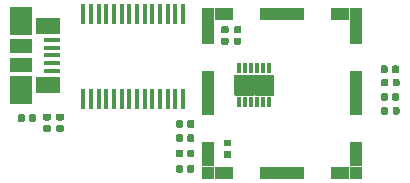
<source format=gbr>
G04 #@! TF.GenerationSoftware,KiCad,Pcbnew,5.1.5-52549c5~84~ubuntu18.04.1*
G04 #@! TF.CreationDate,2020-05-04T20:07:59+02:00*
G04 #@! TF.ProjectId,rs485_usb_adapter,72733438-355f-4757-9362-5f6164617074,rev?*
G04 #@! TF.SameCoordinates,Original*
G04 #@! TF.FileFunction,Paste,Top*
G04 #@! TF.FilePolarity,Positive*
%FSLAX46Y46*%
G04 Gerber Fmt 4.6, Leading zero omitted, Abs format (unit mm)*
G04 Created by KiCad (PCBNEW 5.1.5-52549c5~84~ubuntu18.04.1) date 2020-05-04 20:07:59*
%MOMM*%
%LPD*%
G04 APERTURE LIST*
%ADD10C,0.025400*%
%ADD11C,0.100000*%
%ADD12R,1.380000X0.450000*%
%ADD13R,2.100000X1.475000*%
%ADD14R,1.900000X2.375000*%
%ADD15R,1.900000X1.175000*%
%ADD16R,1.000000X1.000000*%
%ADD17R,1.650000X1.000000*%
%ADD18R,3.800000X1.000000*%
%ADD19R,1.000000X2.130000*%
%ADD20R,1.000000X3.800000*%
%ADD21R,0.304800X0.812800*%
%ADD22R,3.403600X1.803400*%
%ADD23R,0.450000X1.750000*%
G04 APERTURE END LIST*
D10*
G36*
X164808200Y-91711700D02*
G01*
X166310000Y-91711700D01*
X166310000Y-90108300D01*
X164808200Y-90108300D01*
X164808200Y-91711700D01*
G37*
X164808200Y-91711700D02*
X166310000Y-91711700D01*
X166310000Y-90108300D01*
X164808200Y-90108300D01*
X164808200Y-91711700D01*
G36*
X166510000Y-91711700D02*
G01*
X168011800Y-91711700D01*
X168011800Y-90108300D01*
X166510000Y-90108300D01*
X166510000Y-91711700D01*
G37*
X166510000Y-91711700D02*
X168011800Y-91711700D01*
X168011800Y-90108300D01*
X166510000Y-90108300D01*
X166510000Y-91711700D01*
D11*
G36*
X165226958Y-86890710D02*
G01*
X165241276Y-86892834D01*
X165255317Y-86896351D01*
X165268946Y-86901228D01*
X165282031Y-86907417D01*
X165294447Y-86914858D01*
X165306073Y-86923481D01*
X165316798Y-86933202D01*
X165326519Y-86943927D01*
X165335142Y-86955553D01*
X165342583Y-86967969D01*
X165348772Y-86981054D01*
X165353649Y-86994683D01*
X165357166Y-87008724D01*
X165359290Y-87023042D01*
X165360000Y-87037500D01*
X165360000Y-87332500D01*
X165359290Y-87346958D01*
X165357166Y-87361276D01*
X165353649Y-87375317D01*
X165348772Y-87388946D01*
X165342583Y-87402031D01*
X165335142Y-87414447D01*
X165326519Y-87426073D01*
X165316798Y-87436798D01*
X165306073Y-87446519D01*
X165294447Y-87455142D01*
X165282031Y-87462583D01*
X165268946Y-87468772D01*
X165255317Y-87473649D01*
X165241276Y-87477166D01*
X165226958Y-87479290D01*
X165212500Y-87480000D01*
X164867500Y-87480000D01*
X164853042Y-87479290D01*
X164838724Y-87477166D01*
X164824683Y-87473649D01*
X164811054Y-87468772D01*
X164797969Y-87462583D01*
X164785553Y-87455142D01*
X164773927Y-87446519D01*
X164763202Y-87436798D01*
X164753481Y-87426073D01*
X164744858Y-87414447D01*
X164737417Y-87402031D01*
X164731228Y-87388946D01*
X164726351Y-87375317D01*
X164722834Y-87361276D01*
X164720710Y-87346958D01*
X164720000Y-87332500D01*
X164720000Y-87037500D01*
X164720710Y-87023042D01*
X164722834Y-87008724D01*
X164726351Y-86994683D01*
X164731228Y-86981054D01*
X164737417Y-86967969D01*
X164744858Y-86955553D01*
X164753481Y-86943927D01*
X164763202Y-86933202D01*
X164773927Y-86923481D01*
X164785553Y-86914858D01*
X164797969Y-86907417D01*
X164811054Y-86901228D01*
X164824683Y-86896351D01*
X164838724Y-86892834D01*
X164853042Y-86890710D01*
X164867500Y-86890000D01*
X165212500Y-86890000D01*
X165226958Y-86890710D01*
G37*
G36*
X165226958Y-85920710D02*
G01*
X165241276Y-85922834D01*
X165255317Y-85926351D01*
X165268946Y-85931228D01*
X165282031Y-85937417D01*
X165294447Y-85944858D01*
X165306073Y-85953481D01*
X165316798Y-85963202D01*
X165326519Y-85973927D01*
X165335142Y-85985553D01*
X165342583Y-85997969D01*
X165348772Y-86011054D01*
X165353649Y-86024683D01*
X165357166Y-86038724D01*
X165359290Y-86053042D01*
X165360000Y-86067500D01*
X165360000Y-86362500D01*
X165359290Y-86376958D01*
X165357166Y-86391276D01*
X165353649Y-86405317D01*
X165348772Y-86418946D01*
X165342583Y-86432031D01*
X165335142Y-86444447D01*
X165326519Y-86456073D01*
X165316798Y-86466798D01*
X165306073Y-86476519D01*
X165294447Y-86485142D01*
X165282031Y-86492583D01*
X165268946Y-86498772D01*
X165255317Y-86503649D01*
X165241276Y-86507166D01*
X165226958Y-86509290D01*
X165212500Y-86510000D01*
X164867500Y-86510000D01*
X164853042Y-86509290D01*
X164838724Y-86507166D01*
X164824683Y-86503649D01*
X164811054Y-86498772D01*
X164797969Y-86492583D01*
X164785553Y-86485142D01*
X164773927Y-86476519D01*
X164763202Y-86466798D01*
X164753481Y-86456073D01*
X164744858Y-86444447D01*
X164737417Y-86432031D01*
X164731228Y-86418946D01*
X164726351Y-86405317D01*
X164722834Y-86391276D01*
X164720710Y-86376958D01*
X164720000Y-86362500D01*
X164720000Y-86067500D01*
X164720710Y-86053042D01*
X164722834Y-86038724D01*
X164726351Y-86024683D01*
X164731228Y-86011054D01*
X164737417Y-85997969D01*
X164744858Y-85985553D01*
X164753481Y-85973927D01*
X164763202Y-85963202D01*
X164773927Y-85953481D01*
X164785553Y-85944858D01*
X164797969Y-85937417D01*
X164811054Y-85931228D01*
X164824683Y-85926351D01*
X164838724Y-85922834D01*
X164853042Y-85920710D01*
X164867500Y-85920000D01*
X165212500Y-85920000D01*
X165226958Y-85920710D01*
G37*
G36*
X164136958Y-85930710D02*
G01*
X164151276Y-85932834D01*
X164165317Y-85936351D01*
X164178946Y-85941228D01*
X164192031Y-85947417D01*
X164204447Y-85954858D01*
X164216073Y-85963481D01*
X164226798Y-85973202D01*
X164236519Y-85983927D01*
X164245142Y-85995553D01*
X164252583Y-86007969D01*
X164258772Y-86021054D01*
X164263649Y-86034683D01*
X164267166Y-86048724D01*
X164269290Y-86063042D01*
X164270000Y-86077500D01*
X164270000Y-86372500D01*
X164269290Y-86386958D01*
X164267166Y-86401276D01*
X164263649Y-86415317D01*
X164258772Y-86428946D01*
X164252583Y-86442031D01*
X164245142Y-86454447D01*
X164236519Y-86466073D01*
X164226798Y-86476798D01*
X164216073Y-86486519D01*
X164204447Y-86495142D01*
X164192031Y-86502583D01*
X164178946Y-86508772D01*
X164165317Y-86513649D01*
X164151276Y-86517166D01*
X164136958Y-86519290D01*
X164122500Y-86520000D01*
X163777500Y-86520000D01*
X163763042Y-86519290D01*
X163748724Y-86517166D01*
X163734683Y-86513649D01*
X163721054Y-86508772D01*
X163707969Y-86502583D01*
X163695553Y-86495142D01*
X163683927Y-86486519D01*
X163673202Y-86476798D01*
X163663481Y-86466073D01*
X163654858Y-86454447D01*
X163647417Y-86442031D01*
X163641228Y-86428946D01*
X163636351Y-86415317D01*
X163632834Y-86401276D01*
X163630710Y-86386958D01*
X163630000Y-86372500D01*
X163630000Y-86077500D01*
X163630710Y-86063042D01*
X163632834Y-86048724D01*
X163636351Y-86034683D01*
X163641228Y-86021054D01*
X163647417Y-86007969D01*
X163654858Y-85995553D01*
X163663481Y-85983927D01*
X163673202Y-85973202D01*
X163683927Y-85963481D01*
X163695553Y-85954858D01*
X163707969Y-85947417D01*
X163721054Y-85941228D01*
X163734683Y-85936351D01*
X163748724Y-85932834D01*
X163763042Y-85930710D01*
X163777500Y-85930000D01*
X164122500Y-85930000D01*
X164136958Y-85930710D01*
G37*
G36*
X164136958Y-86900710D02*
G01*
X164151276Y-86902834D01*
X164165317Y-86906351D01*
X164178946Y-86911228D01*
X164192031Y-86917417D01*
X164204447Y-86924858D01*
X164216073Y-86933481D01*
X164226798Y-86943202D01*
X164236519Y-86953927D01*
X164245142Y-86965553D01*
X164252583Y-86977969D01*
X164258772Y-86991054D01*
X164263649Y-87004683D01*
X164267166Y-87018724D01*
X164269290Y-87033042D01*
X164270000Y-87047500D01*
X164270000Y-87342500D01*
X164269290Y-87356958D01*
X164267166Y-87371276D01*
X164263649Y-87385317D01*
X164258772Y-87398946D01*
X164252583Y-87412031D01*
X164245142Y-87424447D01*
X164236519Y-87436073D01*
X164226798Y-87446798D01*
X164216073Y-87456519D01*
X164204447Y-87465142D01*
X164192031Y-87472583D01*
X164178946Y-87478772D01*
X164165317Y-87483649D01*
X164151276Y-87487166D01*
X164136958Y-87489290D01*
X164122500Y-87490000D01*
X163777500Y-87490000D01*
X163763042Y-87489290D01*
X163748724Y-87487166D01*
X163734683Y-87483649D01*
X163721054Y-87478772D01*
X163707969Y-87472583D01*
X163695553Y-87465142D01*
X163683927Y-87456519D01*
X163673202Y-87446798D01*
X163663481Y-87436073D01*
X163654858Y-87424447D01*
X163647417Y-87412031D01*
X163641228Y-87398946D01*
X163636351Y-87385317D01*
X163632834Y-87371276D01*
X163630710Y-87356958D01*
X163630000Y-87342500D01*
X163630000Y-87047500D01*
X163630710Y-87033042D01*
X163632834Y-87018724D01*
X163636351Y-87004683D01*
X163641228Y-86991054D01*
X163647417Y-86977969D01*
X163654858Y-86965553D01*
X163663481Y-86953927D01*
X163673202Y-86943202D01*
X163683927Y-86933481D01*
X163695553Y-86924858D01*
X163707969Y-86917417D01*
X163721054Y-86911228D01*
X163734683Y-86906351D01*
X163748724Y-86902834D01*
X163763042Y-86900710D01*
X163777500Y-86900000D01*
X164122500Y-86900000D01*
X164136958Y-86900710D01*
G37*
D12*
X149360000Y-87100000D03*
X149360000Y-87750000D03*
X149360000Y-88400000D03*
X149360000Y-89050000D03*
X149360000Y-89700000D03*
D13*
X149000000Y-85937500D03*
X149000000Y-90862500D03*
D14*
X146700000Y-85490000D03*
X146700000Y-91310000D03*
D15*
X146700000Y-87560000D03*
X146700000Y-89240000D03*
D16*
X162550000Y-84870000D03*
X175050000Y-84870000D03*
X175050000Y-98330000D03*
X162550000Y-98330000D03*
D17*
X163875000Y-84870000D03*
X163875000Y-98330000D03*
D18*
X168800000Y-84870000D03*
X168800000Y-98330000D03*
D17*
X173725000Y-84870000D03*
X173725000Y-98330000D03*
D19*
X162550000Y-86435000D03*
X175050000Y-86435000D03*
D20*
X162550000Y-91600000D03*
X175050000Y-91600000D03*
D19*
X162550000Y-96765000D03*
X175050000Y-96765000D03*
D11*
G36*
X164386958Y-95520710D02*
G01*
X164401276Y-95522834D01*
X164415317Y-95526351D01*
X164428946Y-95531228D01*
X164442031Y-95537417D01*
X164454447Y-95544858D01*
X164466073Y-95553481D01*
X164476798Y-95563202D01*
X164486519Y-95573927D01*
X164495142Y-95585553D01*
X164502583Y-95597969D01*
X164508772Y-95611054D01*
X164513649Y-95624683D01*
X164517166Y-95638724D01*
X164519290Y-95653042D01*
X164520000Y-95667500D01*
X164520000Y-95962500D01*
X164519290Y-95976958D01*
X164517166Y-95991276D01*
X164513649Y-96005317D01*
X164508772Y-96018946D01*
X164502583Y-96032031D01*
X164495142Y-96044447D01*
X164486519Y-96056073D01*
X164476798Y-96066798D01*
X164466073Y-96076519D01*
X164454447Y-96085142D01*
X164442031Y-96092583D01*
X164428946Y-96098772D01*
X164415317Y-96103649D01*
X164401276Y-96107166D01*
X164386958Y-96109290D01*
X164372500Y-96110000D01*
X164027500Y-96110000D01*
X164013042Y-96109290D01*
X163998724Y-96107166D01*
X163984683Y-96103649D01*
X163971054Y-96098772D01*
X163957969Y-96092583D01*
X163945553Y-96085142D01*
X163933927Y-96076519D01*
X163923202Y-96066798D01*
X163913481Y-96056073D01*
X163904858Y-96044447D01*
X163897417Y-96032031D01*
X163891228Y-96018946D01*
X163886351Y-96005317D01*
X163882834Y-95991276D01*
X163880710Y-95976958D01*
X163880000Y-95962500D01*
X163880000Y-95667500D01*
X163880710Y-95653042D01*
X163882834Y-95638724D01*
X163886351Y-95624683D01*
X163891228Y-95611054D01*
X163897417Y-95597969D01*
X163904858Y-95585553D01*
X163913481Y-95573927D01*
X163923202Y-95563202D01*
X163933927Y-95553481D01*
X163945553Y-95544858D01*
X163957969Y-95537417D01*
X163971054Y-95531228D01*
X163984683Y-95526351D01*
X163998724Y-95522834D01*
X164013042Y-95520710D01*
X164027500Y-95520000D01*
X164372500Y-95520000D01*
X164386958Y-95520710D01*
G37*
G36*
X164386958Y-96490710D02*
G01*
X164401276Y-96492834D01*
X164415317Y-96496351D01*
X164428946Y-96501228D01*
X164442031Y-96507417D01*
X164454447Y-96514858D01*
X164466073Y-96523481D01*
X164476798Y-96533202D01*
X164486519Y-96543927D01*
X164495142Y-96555553D01*
X164502583Y-96567969D01*
X164508772Y-96581054D01*
X164513649Y-96594683D01*
X164517166Y-96608724D01*
X164519290Y-96623042D01*
X164520000Y-96637500D01*
X164520000Y-96932500D01*
X164519290Y-96946958D01*
X164517166Y-96961276D01*
X164513649Y-96975317D01*
X164508772Y-96988946D01*
X164502583Y-97002031D01*
X164495142Y-97014447D01*
X164486519Y-97026073D01*
X164476798Y-97036798D01*
X164466073Y-97046519D01*
X164454447Y-97055142D01*
X164442031Y-97062583D01*
X164428946Y-97068772D01*
X164415317Y-97073649D01*
X164401276Y-97077166D01*
X164386958Y-97079290D01*
X164372500Y-97080000D01*
X164027500Y-97080000D01*
X164013042Y-97079290D01*
X163998724Y-97077166D01*
X163984683Y-97073649D01*
X163971054Y-97068772D01*
X163957969Y-97062583D01*
X163945553Y-97055142D01*
X163933927Y-97046519D01*
X163923202Y-97036798D01*
X163913481Y-97026073D01*
X163904858Y-97014447D01*
X163897417Y-97002031D01*
X163891228Y-96988946D01*
X163886351Y-96975317D01*
X163882834Y-96961276D01*
X163880710Y-96946958D01*
X163880000Y-96932500D01*
X163880000Y-96637500D01*
X163880710Y-96623042D01*
X163882834Y-96608724D01*
X163886351Y-96594683D01*
X163891228Y-96581054D01*
X163897417Y-96567969D01*
X163904858Y-96555553D01*
X163913481Y-96543927D01*
X163923202Y-96533202D01*
X163933927Y-96523481D01*
X163945553Y-96514858D01*
X163957969Y-96507417D01*
X163971054Y-96501228D01*
X163984683Y-96496351D01*
X163998724Y-96492834D01*
X164013042Y-96490710D01*
X164027500Y-96490000D01*
X164372500Y-96490000D01*
X164386958Y-96490710D01*
G37*
G36*
X160276958Y-95080710D02*
G01*
X160291276Y-95082834D01*
X160305317Y-95086351D01*
X160318946Y-95091228D01*
X160332031Y-95097417D01*
X160344447Y-95104858D01*
X160356073Y-95113481D01*
X160366798Y-95123202D01*
X160376519Y-95133927D01*
X160385142Y-95145553D01*
X160392583Y-95157969D01*
X160398772Y-95171054D01*
X160403649Y-95184683D01*
X160407166Y-95198724D01*
X160409290Y-95213042D01*
X160410000Y-95227500D01*
X160410000Y-95572500D01*
X160409290Y-95586958D01*
X160407166Y-95601276D01*
X160403649Y-95615317D01*
X160398772Y-95628946D01*
X160392583Y-95642031D01*
X160385142Y-95654447D01*
X160376519Y-95666073D01*
X160366798Y-95676798D01*
X160356073Y-95686519D01*
X160344447Y-95695142D01*
X160332031Y-95702583D01*
X160318946Y-95708772D01*
X160305317Y-95713649D01*
X160291276Y-95717166D01*
X160276958Y-95719290D01*
X160262500Y-95720000D01*
X159967500Y-95720000D01*
X159953042Y-95719290D01*
X159938724Y-95717166D01*
X159924683Y-95713649D01*
X159911054Y-95708772D01*
X159897969Y-95702583D01*
X159885553Y-95695142D01*
X159873927Y-95686519D01*
X159863202Y-95676798D01*
X159853481Y-95666073D01*
X159844858Y-95654447D01*
X159837417Y-95642031D01*
X159831228Y-95628946D01*
X159826351Y-95615317D01*
X159822834Y-95601276D01*
X159820710Y-95586958D01*
X159820000Y-95572500D01*
X159820000Y-95227500D01*
X159820710Y-95213042D01*
X159822834Y-95198724D01*
X159826351Y-95184683D01*
X159831228Y-95171054D01*
X159837417Y-95157969D01*
X159844858Y-95145553D01*
X159853481Y-95133927D01*
X159863202Y-95123202D01*
X159873927Y-95113481D01*
X159885553Y-95104858D01*
X159897969Y-95097417D01*
X159911054Y-95091228D01*
X159924683Y-95086351D01*
X159938724Y-95082834D01*
X159953042Y-95080710D01*
X159967500Y-95080000D01*
X160262500Y-95080000D01*
X160276958Y-95080710D01*
G37*
G36*
X161246958Y-95080710D02*
G01*
X161261276Y-95082834D01*
X161275317Y-95086351D01*
X161288946Y-95091228D01*
X161302031Y-95097417D01*
X161314447Y-95104858D01*
X161326073Y-95113481D01*
X161336798Y-95123202D01*
X161346519Y-95133927D01*
X161355142Y-95145553D01*
X161362583Y-95157969D01*
X161368772Y-95171054D01*
X161373649Y-95184683D01*
X161377166Y-95198724D01*
X161379290Y-95213042D01*
X161380000Y-95227500D01*
X161380000Y-95572500D01*
X161379290Y-95586958D01*
X161377166Y-95601276D01*
X161373649Y-95615317D01*
X161368772Y-95628946D01*
X161362583Y-95642031D01*
X161355142Y-95654447D01*
X161346519Y-95666073D01*
X161336798Y-95676798D01*
X161326073Y-95686519D01*
X161314447Y-95695142D01*
X161302031Y-95702583D01*
X161288946Y-95708772D01*
X161275317Y-95713649D01*
X161261276Y-95717166D01*
X161246958Y-95719290D01*
X161232500Y-95720000D01*
X160937500Y-95720000D01*
X160923042Y-95719290D01*
X160908724Y-95717166D01*
X160894683Y-95713649D01*
X160881054Y-95708772D01*
X160867969Y-95702583D01*
X160855553Y-95695142D01*
X160843927Y-95686519D01*
X160833202Y-95676798D01*
X160823481Y-95666073D01*
X160814858Y-95654447D01*
X160807417Y-95642031D01*
X160801228Y-95628946D01*
X160796351Y-95615317D01*
X160792834Y-95601276D01*
X160790710Y-95586958D01*
X160790000Y-95572500D01*
X160790000Y-95227500D01*
X160790710Y-95213042D01*
X160792834Y-95198724D01*
X160796351Y-95184683D01*
X160801228Y-95171054D01*
X160807417Y-95157969D01*
X160814858Y-95145553D01*
X160823481Y-95133927D01*
X160833202Y-95123202D01*
X160843927Y-95113481D01*
X160855553Y-95104858D01*
X160867969Y-95097417D01*
X160881054Y-95091228D01*
X160894683Y-95086351D01*
X160908724Y-95082834D01*
X160923042Y-95080710D01*
X160937500Y-95080000D01*
X161232500Y-95080000D01*
X161246958Y-95080710D01*
G37*
G36*
X160276958Y-97680710D02*
G01*
X160291276Y-97682834D01*
X160305317Y-97686351D01*
X160318946Y-97691228D01*
X160332031Y-97697417D01*
X160344447Y-97704858D01*
X160356073Y-97713481D01*
X160366798Y-97723202D01*
X160376519Y-97733927D01*
X160385142Y-97745553D01*
X160392583Y-97757969D01*
X160398772Y-97771054D01*
X160403649Y-97784683D01*
X160407166Y-97798724D01*
X160409290Y-97813042D01*
X160410000Y-97827500D01*
X160410000Y-98172500D01*
X160409290Y-98186958D01*
X160407166Y-98201276D01*
X160403649Y-98215317D01*
X160398772Y-98228946D01*
X160392583Y-98242031D01*
X160385142Y-98254447D01*
X160376519Y-98266073D01*
X160366798Y-98276798D01*
X160356073Y-98286519D01*
X160344447Y-98295142D01*
X160332031Y-98302583D01*
X160318946Y-98308772D01*
X160305317Y-98313649D01*
X160291276Y-98317166D01*
X160276958Y-98319290D01*
X160262500Y-98320000D01*
X159967500Y-98320000D01*
X159953042Y-98319290D01*
X159938724Y-98317166D01*
X159924683Y-98313649D01*
X159911054Y-98308772D01*
X159897969Y-98302583D01*
X159885553Y-98295142D01*
X159873927Y-98286519D01*
X159863202Y-98276798D01*
X159853481Y-98266073D01*
X159844858Y-98254447D01*
X159837417Y-98242031D01*
X159831228Y-98228946D01*
X159826351Y-98215317D01*
X159822834Y-98201276D01*
X159820710Y-98186958D01*
X159820000Y-98172500D01*
X159820000Y-97827500D01*
X159820710Y-97813042D01*
X159822834Y-97798724D01*
X159826351Y-97784683D01*
X159831228Y-97771054D01*
X159837417Y-97757969D01*
X159844858Y-97745553D01*
X159853481Y-97733927D01*
X159863202Y-97723202D01*
X159873927Y-97713481D01*
X159885553Y-97704858D01*
X159897969Y-97697417D01*
X159911054Y-97691228D01*
X159924683Y-97686351D01*
X159938724Y-97682834D01*
X159953042Y-97680710D01*
X159967500Y-97680000D01*
X160262500Y-97680000D01*
X160276958Y-97680710D01*
G37*
G36*
X161246958Y-97680710D02*
G01*
X161261276Y-97682834D01*
X161275317Y-97686351D01*
X161288946Y-97691228D01*
X161302031Y-97697417D01*
X161314447Y-97704858D01*
X161326073Y-97713481D01*
X161336798Y-97723202D01*
X161346519Y-97733927D01*
X161355142Y-97745553D01*
X161362583Y-97757969D01*
X161368772Y-97771054D01*
X161373649Y-97784683D01*
X161377166Y-97798724D01*
X161379290Y-97813042D01*
X161380000Y-97827500D01*
X161380000Y-98172500D01*
X161379290Y-98186958D01*
X161377166Y-98201276D01*
X161373649Y-98215317D01*
X161368772Y-98228946D01*
X161362583Y-98242031D01*
X161355142Y-98254447D01*
X161346519Y-98266073D01*
X161336798Y-98276798D01*
X161326073Y-98286519D01*
X161314447Y-98295142D01*
X161302031Y-98302583D01*
X161288946Y-98308772D01*
X161275317Y-98313649D01*
X161261276Y-98317166D01*
X161246958Y-98319290D01*
X161232500Y-98320000D01*
X160937500Y-98320000D01*
X160923042Y-98319290D01*
X160908724Y-98317166D01*
X160894683Y-98313649D01*
X160881054Y-98308772D01*
X160867969Y-98302583D01*
X160855553Y-98295142D01*
X160843927Y-98286519D01*
X160833202Y-98276798D01*
X160823481Y-98266073D01*
X160814858Y-98254447D01*
X160807417Y-98242031D01*
X160801228Y-98228946D01*
X160796351Y-98215317D01*
X160792834Y-98201276D01*
X160790710Y-98186958D01*
X160790000Y-98172500D01*
X160790000Y-97827500D01*
X160790710Y-97813042D01*
X160792834Y-97798724D01*
X160796351Y-97784683D01*
X160801228Y-97771054D01*
X160807417Y-97757969D01*
X160814858Y-97745553D01*
X160823481Y-97733927D01*
X160833202Y-97723202D01*
X160843927Y-97713481D01*
X160855553Y-97704858D01*
X160867969Y-97697417D01*
X160881054Y-97691228D01*
X160894683Y-97686351D01*
X160908724Y-97682834D01*
X160923042Y-97680710D01*
X160937500Y-97680000D01*
X161232500Y-97680000D01*
X161246958Y-97680710D01*
G37*
D21*
X165160000Y-92357800D03*
X165660000Y-92357800D03*
X166160000Y-92357800D03*
X166660000Y-92357800D03*
X167160000Y-92357800D03*
X167660000Y-92357800D03*
X167660000Y-89462200D03*
X167160000Y-89462200D03*
X166660000Y-89462200D03*
X166160000Y-89462200D03*
X165660000Y-89462200D03*
X165160000Y-89462200D03*
D22*
X166410000Y-90910000D03*
D23*
X160425000Y-84900000D03*
X159775000Y-84900000D03*
X159125000Y-84900000D03*
X158475000Y-84900000D03*
X157825000Y-84900000D03*
X157175000Y-84900000D03*
X156525000Y-84900000D03*
X155875000Y-84900000D03*
X155225000Y-84900000D03*
X154575000Y-84900000D03*
X153925000Y-84900000D03*
X153275000Y-84900000D03*
X152625000Y-84900000D03*
X151975000Y-84900000D03*
X151975000Y-92100000D03*
X152625000Y-92100000D03*
X153275000Y-92100000D03*
X153925000Y-92100000D03*
X154575000Y-92100000D03*
X155225000Y-92100000D03*
X155875000Y-92100000D03*
X156525000Y-92100000D03*
X157175000Y-92100000D03*
X157825000Y-92100000D03*
X158475000Y-92100000D03*
X159125000Y-92100000D03*
X159775000Y-92100000D03*
X160425000Y-92100000D03*
D11*
G36*
X150186958Y-93320710D02*
G01*
X150201276Y-93322834D01*
X150215317Y-93326351D01*
X150228946Y-93331228D01*
X150242031Y-93337417D01*
X150254447Y-93344858D01*
X150266073Y-93353481D01*
X150276798Y-93363202D01*
X150286519Y-93373927D01*
X150295142Y-93385553D01*
X150302583Y-93397969D01*
X150308772Y-93411054D01*
X150313649Y-93424683D01*
X150317166Y-93438724D01*
X150319290Y-93453042D01*
X150320000Y-93467500D01*
X150320000Y-93762500D01*
X150319290Y-93776958D01*
X150317166Y-93791276D01*
X150313649Y-93805317D01*
X150308772Y-93818946D01*
X150302583Y-93832031D01*
X150295142Y-93844447D01*
X150286519Y-93856073D01*
X150276798Y-93866798D01*
X150266073Y-93876519D01*
X150254447Y-93885142D01*
X150242031Y-93892583D01*
X150228946Y-93898772D01*
X150215317Y-93903649D01*
X150201276Y-93907166D01*
X150186958Y-93909290D01*
X150172500Y-93910000D01*
X149827500Y-93910000D01*
X149813042Y-93909290D01*
X149798724Y-93907166D01*
X149784683Y-93903649D01*
X149771054Y-93898772D01*
X149757969Y-93892583D01*
X149745553Y-93885142D01*
X149733927Y-93876519D01*
X149723202Y-93866798D01*
X149713481Y-93856073D01*
X149704858Y-93844447D01*
X149697417Y-93832031D01*
X149691228Y-93818946D01*
X149686351Y-93805317D01*
X149682834Y-93791276D01*
X149680710Y-93776958D01*
X149680000Y-93762500D01*
X149680000Y-93467500D01*
X149680710Y-93453042D01*
X149682834Y-93438724D01*
X149686351Y-93424683D01*
X149691228Y-93411054D01*
X149697417Y-93397969D01*
X149704858Y-93385553D01*
X149713481Y-93373927D01*
X149723202Y-93363202D01*
X149733927Y-93353481D01*
X149745553Y-93344858D01*
X149757969Y-93337417D01*
X149771054Y-93331228D01*
X149784683Y-93326351D01*
X149798724Y-93322834D01*
X149813042Y-93320710D01*
X149827500Y-93320000D01*
X150172500Y-93320000D01*
X150186958Y-93320710D01*
G37*
G36*
X150186958Y-94290710D02*
G01*
X150201276Y-94292834D01*
X150215317Y-94296351D01*
X150228946Y-94301228D01*
X150242031Y-94307417D01*
X150254447Y-94314858D01*
X150266073Y-94323481D01*
X150276798Y-94333202D01*
X150286519Y-94343927D01*
X150295142Y-94355553D01*
X150302583Y-94367969D01*
X150308772Y-94381054D01*
X150313649Y-94394683D01*
X150317166Y-94408724D01*
X150319290Y-94423042D01*
X150320000Y-94437500D01*
X150320000Y-94732500D01*
X150319290Y-94746958D01*
X150317166Y-94761276D01*
X150313649Y-94775317D01*
X150308772Y-94788946D01*
X150302583Y-94802031D01*
X150295142Y-94814447D01*
X150286519Y-94826073D01*
X150276798Y-94836798D01*
X150266073Y-94846519D01*
X150254447Y-94855142D01*
X150242031Y-94862583D01*
X150228946Y-94868772D01*
X150215317Y-94873649D01*
X150201276Y-94877166D01*
X150186958Y-94879290D01*
X150172500Y-94880000D01*
X149827500Y-94880000D01*
X149813042Y-94879290D01*
X149798724Y-94877166D01*
X149784683Y-94873649D01*
X149771054Y-94868772D01*
X149757969Y-94862583D01*
X149745553Y-94855142D01*
X149733927Y-94846519D01*
X149723202Y-94836798D01*
X149713481Y-94826073D01*
X149704858Y-94814447D01*
X149697417Y-94802031D01*
X149691228Y-94788946D01*
X149686351Y-94775317D01*
X149682834Y-94761276D01*
X149680710Y-94746958D01*
X149680000Y-94732500D01*
X149680000Y-94437500D01*
X149680710Y-94423042D01*
X149682834Y-94408724D01*
X149686351Y-94394683D01*
X149691228Y-94381054D01*
X149697417Y-94367969D01*
X149704858Y-94355553D01*
X149713481Y-94343927D01*
X149723202Y-94333202D01*
X149733927Y-94323481D01*
X149745553Y-94314858D01*
X149757969Y-94307417D01*
X149771054Y-94301228D01*
X149784683Y-94296351D01*
X149798724Y-94292834D01*
X149813042Y-94290710D01*
X149827500Y-94290000D01*
X150172500Y-94290000D01*
X150186958Y-94290710D01*
G37*
G36*
X146876958Y-93380710D02*
G01*
X146891276Y-93382834D01*
X146905317Y-93386351D01*
X146918946Y-93391228D01*
X146932031Y-93397417D01*
X146944447Y-93404858D01*
X146956073Y-93413481D01*
X146966798Y-93423202D01*
X146976519Y-93433927D01*
X146985142Y-93445553D01*
X146992583Y-93457969D01*
X146998772Y-93471054D01*
X147003649Y-93484683D01*
X147007166Y-93498724D01*
X147009290Y-93513042D01*
X147010000Y-93527500D01*
X147010000Y-93872500D01*
X147009290Y-93886958D01*
X147007166Y-93901276D01*
X147003649Y-93915317D01*
X146998772Y-93928946D01*
X146992583Y-93942031D01*
X146985142Y-93954447D01*
X146976519Y-93966073D01*
X146966798Y-93976798D01*
X146956073Y-93986519D01*
X146944447Y-93995142D01*
X146932031Y-94002583D01*
X146918946Y-94008772D01*
X146905317Y-94013649D01*
X146891276Y-94017166D01*
X146876958Y-94019290D01*
X146862500Y-94020000D01*
X146567500Y-94020000D01*
X146553042Y-94019290D01*
X146538724Y-94017166D01*
X146524683Y-94013649D01*
X146511054Y-94008772D01*
X146497969Y-94002583D01*
X146485553Y-93995142D01*
X146473927Y-93986519D01*
X146463202Y-93976798D01*
X146453481Y-93966073D01*
X146444858Y-93954447D01*
X146437417Y-93942031D01*
X146431228Y-93928946D01*
X146426351Y-93915317D01*
X146422834Y-93901276D01*
X146420710Y-93886958D01*
X146420000Y-93872500D01*
X146420000Y-93527500D01*
X146420710Y-93513042D01*
X146422834Y-93498724D01*
X146426351Y-93484683D01*
X146431228Y-93471054D01*
X146437417Y-93457969D01*
X146444858Y-93445553D01*
X146453481Y-93433927D01*
X146463202Y-93423202D01*
X146473927Y-93413481D01*
X146485553Y-93404858D01*
X146497969Y-93397417D01*
X146511054Y-93391228D01*
X146524683Y-93386351D01*
X146538724Y-93382834D01*
X146553042Y-93380710D01*
X146567500Y-93380000D01*
X146862500Y-93380000D01*
X146876958Y-93380710D01*
G37*
G36*
X147846958Y-93380710D02*
G01*
X147861276Y-93382834D01*
X147875317Y-93386351D01*
X147888946Y-93391228D01*
X147902031Y-93397417D01*
X147914447Y-93404858D01*
X147926073Y-93413481D01*
X147936798Y-93423202D01*
X147946519Y-93433927D01*
X147955142Y-93445553D01*
X147962583Y-93457969D01*
X147968772Y-93471054D01*
X147973649Y-93484683D01*
X147977166Y-93498724D01*
X147979290Y-93513042D01*
X147980000Y-93527500D01*
X147980000Y-93872500D01*
X147979290Y-93886958D01*
X147977166Y-93901276D01*
X147973649Y-93915317D01*
X147968772Y-93928946D01*
X147962583Y-93942031D01*
X147955142Y-93954447D01*
X147946519Y-93966073D01*
X147936798Y-93976798D01*
X147926073Y-93986519D01*
X147914447Y-93995142D01*
X147902031Y-94002583D01*
X147888946Y-94008772D01*
X147875317Y-94013649D01*
X147861276Y-94017166D01*
X147846958Y-94019290D01*
X147832500Y-94020000D01*
X147537500Y-94020000D01*
X147523042Y-94019290D01*
X147508724Y-94017166D01*
X147494683Y-94013649D01*
X147481054Y-94008772D01*
X147467969Y-94002583D01*
X147455553Y-93995142D01*
X147443927Y-93986519D01*
X147433202Y-93976798D01*
X147423481Y-93966073D01*
X147414858Y-93954447D01*
X147407417Y-93942031D01*
X147401228Y-93928946D01*
X147396351Y-93915317D01*
X147392834Y-93901276D01*
X147390710Y-93886958D01*
X147390000Y-93872500D01*
X147390000Y-93527500D01*
X147390710Y-93513042D01*
X147392834Y-93498724D01*
X147396351Y-93484683D01*
X147401228Y-93471054D01*
X147407417Y-93457969D01*
X147414858Y-93445553D01*
X147423481Y-93433927D01*
X147433202Y-93423202D01*
X147443927Y-93413481D01*
X147455553Y-93404858D01*
X147467969Y-93397417D01*
X147481054Y-93391228D01*
X147494683Y-93386351D01*
X147508724Y-93382834D01*
X147523042Y-93380710D01*
X147537500Y-93380000D01*
X147832500Y-93380000D01*
X147846958Y-93380710D01*
G37*
G36*
X149086958Y-94290710D02*
G01*
X149101276Y-94292834D01*
X149115317Y-94296351D01*
X149128946Y-94301228D01*
X149142031Y-94307417D01*
X149154447Y-94314858D01*
X149166073Y-94323481D01*
X149176798Y-94333202D01*
X149186519Y-94343927D01*
X149195142Y-94355553D01*
X149202583Y-94367969D01*
X149208772Y-94381054D01*
X149213649Y-94394683D01*
X149217166Y-94408724D01*
X149219290Y-94423042D01*
X149220000Y-94437500D01*
X149220000Y-94732500D01*
X149219290Y-94746958D01*
X149217166Y-94761276D01*
X149213649Y-94775317D01*
X149208772Y-94788946D01*
X149202583Y-94802031D01*
X149195142Y-94814447D01*
X149186519Y-94826073D01*
X149176798Y-94836798D01*
X149166073Y-94846519D01*
X149154447Y-94855142D01*
X149142031Y-94862583D01*
X149128946Y-94868772D01*
X149115317Y-94873649D01*
X149101276Y-94877166D01*
X149086958Y-94879290D01*
X149072500Y-94880000D01*
X148727500Y-94880000D01*
X148713042Y-94879290D01*
X148698724Y-94877166D01*
X148684683Y-94873649D01*
X148671054Y-94868772D01*
X148657969Y-94862583D01*
X148645553Y-94855142D01*
X148633927Y-94846519D01*
X148623202Y-94836798D01*
X148613481Y-94826073D01*
X148604858Y-94814447D01*
X148597417Y-94802031D01*
X148591228Y-94788946D01*
X148586351Y-94775317D01*
X148582834Y-94761276D01*
X148580710Y-94746958D01*
X148580000Y-94732500D01*
X148580000Y-94437500D01*
X148580710Y-94423042D01*
X148582834Y-94408724D01*
X148586351Y-94394683D01*
X148591228Y-94381054D01*
X148597417Y-94367969D01*
X148604858Y-94355553D01*
X148613481Y-94343927D01*
X148623202Y-94333202D01*
X148633927Y-94323481D01*
X148645553Y-94314858D01*
X148657969Y-94307417D01*
X148671054Y-94301228D01*
X148684683Y-94296351D01*
X148698724Y-94292834D01*
X148713042Y-94290710D01*
X148727500Y-94290000D01*
X149072500Y-94290000D01*
X149086958Y-94290710D01*
G37*
G36*
X149086958Y-93320710D02*
G01*
X149101276Y-93322834D01*
X149115317Y-93326351D01*
X149128946Y-93331228D01*
X149142031Y-93337417D01*
X149154447Y-93344858D01*
X149166073Y-93353481D01*
X149176798Y-93363202D01*
X149186519Y-93373927D01*
X149195142Y-93385553D01*
X149202583Y-93397969D01*
X149208772Y-93411054D01*
X149213649Y-93424683D01*
X149217166Y-93438724D01*
X149219290Y-93453042D01*
X149220000Y-93467500D01*
X149220000Y-93762500D01*
X149219290Y-93776958D01*
X149217166Y-93791276D01*
X149213649Y-93805317D01*
X149208772Y-93818946D01*
X149202583Y-93832031D01*
X149195142Y-93844447D01*
X149186519Y-93856073D01*
X149176798Y-93866798D01*
X149166073Y-93876519D01*
X149154447Y-93885142D01*
X149142031Y-93892583D01*
X149128946Y-93898772D01*
X149115317Y-93903649D01*
X149101276Y-93907166D01*
X149086958Y-93909290D01*
X149072500Y-93910000D01*
X148727500Y-93910000D01*
X148713042Y-93909290D01*
X148698724Y-93907166D01*
X148684683Y-93903649D01*
X148671054Y-93898772D01*
X148657969Y-93892583D01*
X148645553Y-93885142D01*
X148633927Y-93876519D01*
X148623202Y-93866798D01*
X148613481Y-93856073D01*
X148604858Y-93844447D01*
X148597417Y-93832031D01*
X148591228Y-93818946D01*
X148586351Y-93805317D01*
X148582834Y-93791276D01*
X148580710Y-93776958D01*
X148580000Y-93762500D01*
X148580000Y-93467500D01*
X148580710Y-93453042D01*
X148582834Y-93438724D01*
X148586351Y-93424683D01*
X148591228Y-93411054D01*
X148597417Y-93397969D01*
X148604858Y-93385553D01*
X148613481Y-93373927D01*
X148623202Y-93363202D01*
X148633927Y-93353481D01*
X148645553Y-93344858D01*
X148657969Y-93337417D01*
X148671054Y-93331228D01*
X148684683Y-93326351D01*
X148698724Y-93322834D01*
X148713042Y-93320710D01*
X148727500Y-93320000D01*
X149072500Y-93320000D01*
X149086958Y-93320710D01*
G37*
G36*
X160276958Y-93880710D02*
G01*
X160291276Y-93882834D01*
X160305317Y-93886351D01*
X160318946Y-93891228D01*
X160332031Y-93897417D01*
X160344447Y-93904858D01*
X160356073Y-93913481D01*
X160366798Y-93923202D01*
X160376519Y-93933927D01*
X160385142Y-93945553D01*
X160392583Y-93957969D01*
X160398772Y-93971054D01*
X160403649Y-93984683D01*
X160407166Y-93998724D01*
X160409290Y-94013042D01*
X160410000Y-94027500D01*
X160410000Y-94372500D01*
X160409290Y-94386958D01*
X160407166Y-94401276D01*
X160403649Y-94415317D01*
X160398772Y-94428946D01*
X160392583Y-94442031D01*
X160385142Y-94454447D01*
X160376519Y-94466073D01*
X160366798Y-94476798D01*
X160356073Y-94486519D01*
X160344447Y-94495142D01*
X160332031Y-94502583D01*
X160318946Y-94508772D01*
X160305317Y-94513649D01*
X160291276Y-94517166D01*
X160276958Y-94519290D01*
X160262500Y-94520000D01*
X159967500Y-94520000D01*
X159953042Y-94519290D01*
X159938724Y-94517166D01*
X159924683Y-94513649D01*
X159911054Y-94508772D01*
X159897969Y-94502583D01*
X159885553Y-94495142D01*
X159873927Y-94486519D01*
X159863202Y-94476798D01*
X159853481Y-94466073D01*
X159844858Y-94454447D01*
X159837417Y-94442031D01*
X159831228Y-94428946D01*
X159826351Y-94415317D01*
X159822834Y-94401276D01*
X159820710Y-94386958D01*
X159820000Y-94372500D01*
X159820000Y-94027500D01*
X159820710Y-94013042D01*
X159822834Y-93998724D01*
X159826351Y-93984683D01*
X159831228Y-93971054D01*
X159837417Y-93957969D01*
X159844858Y-93945553D01*
X159853481Y-93933927D01*
X159863202Y-93923202D01*
X159873927Y-93913481D01*
X159885553Y-93904858D01*
X159897969Y-93897417D01*
X159911054Y-93891228D01*
X159924683Y-93886351D01*
X159938724Y-93882834D01*
X159953042Y-93880710D01*
X159967500Y-93880000D01*
X160262500Y-93880000D01*
X160276958Y-93880710D01*
G37*
G36*
X161246958Y-93880710D02*
G01*
X161261276Y-93882834D01*
X161275317Y-93886351D01*
X161288946Y-93891228D01*
X161302031Y-93897417D01*
X161314447Y-93904858D01*
X161326073Y-93913481D01*
X161336798Y-93923202D01*
X161346519Y-93933927D01*
X161355142Y-93945553D01*
X161362583Y-93957969D01*
X161368772Y-93971054D01*
X161373649Y-93984683D01*
X161377166Y-93998724D01*
X161379290Y-94013042D01*
X161380000Y-94027500D01*
X161380000Y-94372500D01*
X161379290Y-94386958D01*
X161377166Y-94401276D01*
X161373649Y-94415317D01*
X161368772Y-94428946D01*
X161362583Y-94442031D01*
X161355142Y-94454447D01*
X161346519Y-94466073D01*
X161336798Y-94476798D01*
X161326073Y-94486519D01*
X161314447Y-94495142D01*
X161302031Y-94502583D01*
X161288946Y-94508772D01*
X161275317Y-94513649D01*
X161261276Y-94517166D01*
X161246958Y-94519290D01*
X161232500Y-94520000D01*
X160937500Y-94520000D01*
X160923042Y-94519290D01*
X160908724Y-94517166D01*
X160894683Y-94513649D01*
X160881054Y-94508772D01*
X160867969Y-94502583D01*
X160855553Y-94495142D01*
X160843927Y-94486519D01*
X160833202Y-94476798D01*
X160823481Y-94466073D01*
X160814858Y-94454447D01*
X160807417Y-94442031D01*
X160801228Y-94428946D01*
X160796351Y-94415317D01*
X160792834Y-94401276D01*
X160790710Y-94386958D01*
X160790000Y-94372500D01*
X160790000Y-94027500D01*
X160790710Y-94013042D01*
X160792834Y-93998724D01*
X160796351Y-93984683D01*
X160801228Y-93971054D01*
X160807417Y-93957969D01*
X160814858Y-93945553D01*
X160823481Y-93933927D01*
X160833202Y-93923202D01*
X160843927Y-93913481D01*
X160855553Y-93904858D01*
X160867969Y-93897417D01*
X160881054Y-93891228D01*
X160894683Y-93886351D01*
X160908724Y-93882834D01*
X160923042Y-93880710D01*
X160937500Y-93880000D01*
X161232500Y-93880000D01*
X161246958Y-93880710D01*
G37*
G36*
X161246958Y-96380710D02*
G01*
X161261276Y-96382834D01*
X161275317Y-96386351D01*
X161288946Y-96391228D01*
X161302031Y-96397417D01*
X161314447Y-96404858D01*
X161326073Y-96413481D01*
X161336798Y-96423202D01*
X161346519Y-96433927D01*
X161355142Y-96445553D01*
X161362583Y-96457969D01*
X161368772Y-96471054D01*
X161373649Y-96484683D01*
X161377166Y-96498724D01*
X161379290Y-96513042D01*
X161380000Y-96527500D01*
X161380000Y-96872500D01*
X161379290Y-96886958D01*
X161377166Y-96901276D01*
X161373649Y-96915317D01*
X161368772Y-96928946D01*
X161362583Y-96942031D01*
X161355142Y-96954447D01*
X161346519Y-96966073D01*
X161336798Y-96976798D01*
X161326073Y-96986519D01*
X161314447Y-96995142D01*
X161302031Y-97002583D01*
X161288946Y-97008772D01*
X161275317Y-97013649D01*
X161261276Y-97017166D01*
X161246958Y-97019290D01*
X161232500Y-97020000D01*
X160937500Y-97020000D01*
X160923042Y-97019290D01*
X160908724Y-97017166D01*
X160894683Y-97013649D01*
X160881054Y-97008772D01*
X160867969Y-97002583D01*
X160855553Y-96995142D01*
X160843927Y-96986519D01*
X160833202Y-96976798D01*
X160823481Y-96966073D01*
X160814858Y-96954447D01*
X160807417Y-96942031D01*
X160801228Y-96928946D01*
X160796351Y-96915317D01*
X160792834Y-96901276D01*
X160790710Y-96886958D01*
X160790000Y-96872500D01*
X160790000Y-96527500D01*
X160790710Y-96513042D01*
X160792834Y-96498724D01*
X160796351Y-96484683D01*
X160801228Y-96471054D01*
X160807417Y-96457969D01*
X160814858Y-96445553D01*
X160823481Y-96433927D01*
X160833202Y-96423202D01*
X160843927Y-96413481D01*
X160855553Y-96404858D01*
X160867969Y-96397417D01*
X160881054Y-96391228D01*
X160894683Y-96386351D01*
X160908724Y-96382834D01*
X160923042Y-96380710D01*
X160937500Y-96380000D01*
X161232500Y-96380000D01*
X161246958Y-96380710D01*
G37*
G36*
X160276958Y-96380710D02*
G01*
X160291276Y-96382834D01*
X160305317Y-96386351D01*
X160318946Y-96391228D01*
X160332031Y-96397417D01*
X160344447Y-96404858D01*
X160356073Y-96413481D01*
X160366798Y-96423202D01*
X160376519Y-96433927D01*
X160385142Y-96445553D01*
X160392583Y-96457969D01*
X160398772Y-96471054D01*
X160403649Y-96484683D01*
X160407166Y-96498724D01*
X160409290Y-96513042D01*
X160410000Y-96527500D01*
X160410000Y-96872500D01*
X160409290Y-96886958D01*
X160407166Y-96901276D01*
X160403649Y-96915317D01*
X160398772Y-96928946D01*
X160392583Y-96942031D01*
X160385142Y-96954447D01*
X160376519Y-96966073D01*
X160366798Y-96976798D01*
X160356073Y-96986519D01*
X160344447Y-96995142D01*
X160332031Y-97002583D01*
X160318946Y-97008772D01*
X160305317Y-97013649D01*
X160291276Y-97017166D01*
X160276958Y-97019290D01*
X160262500Y-97020000D01*
X159967500Y-97020000D01*
X159953042Y-97019290D01*
X159938724Y-97017166D01*
X159924683Y-97013649D01*
X159911054Y-97008772D01*
X159897969Y-97002583D01*
X159885553Y-96995142D01*
X159873927Y-96986519D01*
X159863202Y-96976798D01*
X159853481Y-96966073D01*
X159844858Y-96954447D01*
X159837417Y-96942031D01*
X159831228Y-96928946D01*
X159826351Y-96915317D01*
X159822834Y-96901276D01*
X159820710Y-96886958D01*
X159820000Y-96872500D01*
X159820000Y-96527500D01*
X159820710Y-96513042D01*
X159822834Y-96498724D01*
X159826351Y-96484683D01*
X159831228Y-96471054D01*
X159837417Y-96457969D01*
X159844858Y-96445553D01*
X159853481Y-96433927D01*
X159863202Y-96423202D01*
X159873927Y-96413481D01*
X159885553Y-96404858D01*
X159897969Y-96397417D01*
X159911054Y-96391228D01*
X159924683Y-96386351D01*
X159938724Y-96382834D01*
X159953042Y-96380710D01*
X159967500Y-96380000D01*
X160262500Y-96380000D01*
X160276958Y-96380710D01*
G37*
G36*
X178576958Y-89250710D02*
G01*
X178591276Y-89252834D01*
X178605317Y-89256351D01*
X178618946Y-89261228D01*
X178632031Y-89267417D01*
X178644447Y-89274858D01*
X178656073Y-89283481D01*
X178666798Y-89293202D01*
X178676519Y-89303927D01*
X178685142Y-89315553D01*
X178692583Y-89327969D01*
X178698772Y-89341054D01*
X178703649Y-89354683D01*
X178707166Y-89368724D01*
X178709290Y-89383042D01*
X178710000Y-89397500D01*
X178710000Y-89742500D01*
X178709290Y-89756958D01*
X178707166Y-89771276D01*
X178703649Y-89785317D01*
X178698772Y-89798946D01*
X178692583Y-89812031D01*
X178685142Y-89824447D01*
X178676519Y-89836073D01*
X178666798Y-89846798D01*
X178656073Y-89856519D01*
X178644447Y-89865142D01*
X178632031Y-89872583D01*
X178618946Y-89878772D01*
X178605317Y-89883649D01*
X178591276Y-89887166D01*
X178576958Y-89889290D01*
X178562500Y-89890000D01*
X178267500Y-89890000D01*
X178253042Y-89889290D01*
X178238724Y-89887166D01*
X178224683Y-89883649D01*
X178211054Y-89878772D01*
X178197969Y-89872583D01*
X178185553Y-89865142D01*
X178173927Y-89856519D01*
X178163202Y-89846798D01*
X178153481Y-89836073D01*
X178144858Y-89824447D01*
X178137417Y-89812031D01*
X178131228Y-89798946D01*
X178126351Y-89785317D01*
X178122834Y-89771276D01*
X178120710Y-89756958D01*
X178120000Y-89742500D01*
X178120000Y-89397500D01*
X178120710Y-89383042D01*
X178122834Y-89368724D01*
X178126351Y-89354683D01*
X178131228Y-89341054D01*
X178137417Y-89327969D01*
X178144858Y-89315553D01*
X178153481Y-89303927D01*
X178163202Y-89293202D01*
X178173927Y-89283481D01*
X178185553Y-89274858D01*
X178197969Y-89267417D01*
X178211054Y-89261228D01*
X178224683Y-89256351D01*
X178238724Y-89252834D01*
X178253042Y-89250710D01*
X178267500Y-89250000D01*
X178562500Y-89250000D01*
X178576958Y-89250710D01*
G37*
G36*
X177606958Y-89250710D02*
G01*
X177621276Y-89252834D01*
X177635317Y-89256351D01*
X177648946Y-89261228D01*
X177662031Y-89267417D01*
X177674447Y-89274858D01*
X177686073Y-89283481D01*
X177696798Y-89293202D01*
X177706519Y-89303927D01*
X177715142Y-89315553D01*
X177722583Y-89327969D01*
X177728772Y-89341054D01*
X177733649Y-89354683D01*
X177737166Y-89368724D01*
X177739290Y-89383042D01*
X177740000Y-89397500D01*
X177740000Y-89742500D01*
X177739290Y-89756958D01*
X177737166Y-89771276D01*
X177733649Y-89785317D01*
X177728772Y-89798946D01*
X177722583Y-89812031D01*
X177715142Y-89824447D01*
X177706519Y-89836073D01*
X177696798Y-89846798D01*
X177686073Y-89856519D01*
X177674447Y-89865142D01*
X177662031Y-89872583D01*
X177648946Y-89878772D01*
X177635317Y-89883649D01*
X177621276Y-89887166D01*
X177606958Y-89889290D01*
X177592500Y-89890000D01*
X177297500Y-89890000D01*
X177283042Y-89889290D01*
X177268724Y-89887166D01*
X177254683Y-89883649D01*
X177241054Y-89878772D01*
X177227969Y-89872583D01*
X177215553Y-89865142D01*
X177203927Y-89856519D01*
X177193202Y-89846798D01*
X177183481Y-89836073D01*
X177174858Y-89824447D01*
X177167417Y-89812031D01*
X177161228Y-89798946D01*
X177156351Y-89785317D01*
X177152834Y-89771276D01*
X177150710Y-89756958D01*
X177150000Y-89742500D01*
X177150000Y-89397500D01*
X177150710Y-89383042D01*
X177152834Y-89368724D01*
X177156351Y-89354683D01*
X177161228Y-89341054D01*
X177167417Y-89327969D01*
X177174858Y-89315553D01*
X177183481Y-89303927D01*
X177193202Y-89293202D01*
X177203927Y-89283481D01*
X177215553Y-89274858D01*
X177227969Y-89267417D01*
X177241054Y-89261228D01*
X177254683Y-89256351D01*
X177268724Y-89252834D01*
X177283042Y-89250710D01*
X177297500Y-89250000D01*
X177592500Y-89250000D01*
X177606958Y-89250710D01*
G37*
G36*
X177646958Y-92770710D02*
G01*
X177661276Y-92772834D01*
X177675317Y-92776351D01*
X177688946Y-92781228D01*
X177702031Y-92787417D01*
X177714447Y-92794858D01*
X177726073Y-92803481D01*
X177736798Y-92813202D01*
X177746519Y-92823927D01*
X177755142Y-92835553D01*
X177762583Y-92847969D01*
X177768772Y-92861054D01*
X177773649Y-92874683D01*
X177777166Y-92888724D01*
X177779290Y-92903042D01*
X177780000Y-92917500D01*
X177780000Y-93262500D01*
X177779290Y-93276958D01*
X177777166Y-93291276D01*
X177773649Y-93305317D01*
X177768772Y-93318946D01*
X177762583Y-93332031D01*
X177755142Y-93344447D01*
X177746519Y-93356073D01*
X177736798Y-93366798D01*
X177726073Y-93376519D01*
X177714447Y-93385142D01*
X177702031Y-93392583D01*
X177688946Y-93398772D01*
X177675317Y-93403649D01*
X177661276Y-93407166D01*
X177646958Y-93409290D01*
X177632500Y-93410000D01*
X177337500Y-93410000D01*
X177323042Y-93409290D01*
X177308724Y-93407166D01*
X177294683Y-93403649D01*
X177281054Y-93398772D01*
X177267969Y-93392583D01*
X177255553Y-93385142D01*
X177243927Y-93376519D01*
X177233202Y-93366798D01*
X177223481Y-93356073D01*
X177214858Y-93344447D01*
X177207417Y-93332031D01*
X177201228Y-93318946D01*
X177196351Y-93305317D01*
X177192834Y-93291276D01*
X177190710Y-93276958D01*
X177190000Y-93262500D01*
X177190000Y-92917500D01*
X177190710Y-92903042D01*
X177192834Y-92888724D01*
X177196351Y-92874683D01*
X177201228Y-92861054D01*
X177207417Y-92847969D01*
X177214858Y-92835553D01*
X177223481Y-92823927D01*
X177233202Y-92813202D01*
X177243927Y-92803481D01*
X177255553Y-92794858D01*
X177267969Y-92787417D01*
X177281054Y-92781228D01*
X177294683Y-92776351D01*
X177308724Y-92772834D01*
X177323042Y-92770710D01*
X177337500Y-92770000D01*
X177632500Y-92770000D01*
X177646958Y-92770710D01*
G37*
G36*
X178616958Y-92770710D02*
G01*
X178631276Y-92772834D01*
X178645317Y-92776351D01*
X178658946Y-92781228D01*
X178672031Y-92787417D01*
X178684447Y-92794858D01*
X178696073Y-92803481D01*
X178706798Y-92813202D01*
X178716519Y-92823927D01*
X178725142Y-92835553D01*
X178732583Y-92847969D01*
X178738772Y-92861054D01*
X178743649Y-92874683D01*
X178747166Y-92888724D01*
X178749290Y-92903042D01*
X178750000Y-92917500D01*
X178750000Y-93262500D01*
X178749290Y-93276958D01*
X178747166Y-93291276D01*
X178743649Y-93305317D01*
X178738772Y-93318946D01*
X178732583Y-93332031D01*
X178725142Y-93344447D01*
X178716519Y-93356073D01*
X178706798Y-93366798D01*
X178696073Y-93376519D01*
X178684447Y-93385142D01*
X178672031Y-93392583D01*
X178658946Y-93398772D01*
X178645317Y-93403649D01*
X178631276Y-93407166D01*
X178616958Y-93409290D01*
X178602500Y-93410000D01*
X178307500Y-93410000D01*
X178293042Y-93409290D01*
X178278724Y-93407166D01*
X178264683Y-93403649D01*
X178251054Y-93398772D01*
X178237969Y-93392583D01*
X178225553Y-93385142D01*
X178213927Y-93376519D01*
X178203202Y-93366798D01*
X178193481Y-93356073D01*
X178184858Y-93344447D01*
X178177417Y-93332031D01*
X178171228Y-93318946D01*
X178166351Y-93305317D01*
X178162834Y-93291276D01*
X178160710Y-93276958D01*
X178160000Y-93262500D01*
X178160000Y-92917500D01*
X178160710Y-92903042D01*
X178162834Y-92888724D01*
X178166351Y-92874683D01*
X178171228Y-92861054D01*
X178177417Y-92847969D01*
X178184858Y-92835553D01*
X178193481Y-92823927D01*
X178203202Y-92813202D01*
X178213927Y-92803481D01*
X178225553Y-92794858D01*
X178237969Y-92787417D01*
X178251054Y-92781228D01*
X178264683Y-92776351D01*
X178278724Y-92772834D01*
X178293042Y-92770710D01*
X178307500Y-92770000D01*
X178602500Y-92770000D01*
X178616958Y-92770710D01*
G37*
G36*
X178616958Y-90390710D02*
G01*
X178631276Y-90392834D01*
X178645317Y-90396351D01*
X178658946Y-90401228D01*
X178672031Y-90407417D01*
X178684447Y-90414858D01*
X178696073Y-90423481D01*
X178706798Y-90433202D01*
X178716519Y-90443927D01*
X178725142Y-90455553D01*
X178732583Y-90467969D01*
X178738772Y-90481054D01*
X178743649Y-90494683D01*
X178747166Y-90508724D01*
X178749290Y-90523042D01*
X178750000Y-90537500D01*
X178750000Y-90882500D01*
X178749290Y-90896958D01*
X178747166Y-90911276D01*
X178743649Y-90925317D01*
X178738772Y-90938946D01*
X178732583Y-90952031D01*
X178725142Y-90964447D01*
X178716519Y-90976073D01*
X178706798Y-90986798D01*
X178696073Y-90996519D01*
X178684447Y-91005142D01*
X178672031Y-91012583D01*
X178658946Y-91018772D01*
X178645317Y-91023649D01*
X178631276Y-91027166D01*
X178616958Y-91029290D01*
X178602500Y-91030000D01*
X178307500Y-91030000D01*
X178293042Y-91029290D01*
X178278724Y-91027166D01*
X178264683Y-91023649D01*
X178251054Y-91018772D01*
X178237969Y-91012583D01*
X178225553Y-91005142D01*
X178213927Y-90996519D01*
X178203202Y-90986798D01*
X178193481Y-90976073D01*
X178184858Y-90964447D01*
X178177417Y-90952031D01*
X178171228Y-90938946D01*
X178166351Y-90925317D01*
X178162834Y-90911276D01*
X178160710Y-90896958D01*
X178160000Y-90882500D01*
X178160000Y-90537500D01*
X178160710Y-90523042D01*
X178162834Y-90508724D01*
X178166351Y-90494683D01*
X178171228Y-90481054D01*
X178177417Y-90467969D01*
X178184858Y-90455553D01*
X178193481Y-90443927D01*
X178203202Y-90433202D01*
X178213927Y-90423481D01*
X178225553Y-90414858D01*
X178237969Y-90407417D01*
X178251054Y-90401228D01*
X178264683Y-90396351D01*
X178278724Y-90392834D01*
X178293042Y-90390710D01*
X178307500Y-90390000D01*
X178602500Y-90390000D01*
X178616958Y-90390710D01*
G37*
G36*
X177646958Y-90390710D02*
G01*
X177661276Y-90392834D01*
X177675317Y-90396351D01*
X177688946Y-90401228D01*
X177702031Y-90407417D01*
X177714447Y-90414858D01*
X177726073Y-90423481D01*
X177736798Y-90433202D01*
X177746519Y-90443927D01*
X177755142Y-90455553D01*
X177762583Y-90467969D01*
X177768772Y-90481054D01*
X177773649Y-90494683D01*
X177777166Y-90508724D01*
X177779290Y-90523042D01*
X177780000Y-90537500D01*
X177780000Y-90882500D01*
X177779290Y-90896958D01*
X177777166Y-90911276D01*
X177773649Y-90925317D01*
X177768772Y-90938946D01*
X177762583Y-90952031D01*
X177755142Y-90964447D01*
X177746519Y-90976073D01*
X177736798Y-90986798D01*
X177726073Y-90996519D01*
X177714447Y-91005142D01*
X177702031Y-91012583D01*
X177688946Y-91018772D01*
X177675317Y-91023649D01*
X177661276Y-91027166D01*
X177646958Y-91029290D01*
X177632500Y-91030000D01*
X177337500Y-91030000D01*
X177323042Y-91029290D01*
X177308724Y-91027166D01*
X177294683Y-91023649D01*
X177281054Y-91018772D01*
X177267969Y-91012583D01*
X177255553Y-91005142D01*
X177243927Y-90996519D01*
X177233202Y-90986798D01*
X177223481Y-90976073D01*
X177214858Y-90964447D01*
X177207417Y-90952031D01*
X177201228Y-90938946D01*
X177196351Y-90925317D01*
X177192834Y-90911276D01*
X177190710Y-90896958D01*
X177190000Y-90882500D01*
X177190000Y-90537500D01*
X177190710Y-90523042D01*
X177192834Y-90508724D01*
X177196351Y-90494683D01*
X177201228Y-90481054D01*
X177207417Y-90467969D01*
X177214858Y-90455553D01*
X177223481Y-90443927D01*
X177233202Y-90433202D01*
X177243927Y-90423481D01*
X177255553Y-90414858D01*
X177267969Y-90407417D01*
X177281054Y-90401228D01*
X177294683Y-90396351D01*
X177308724Y-90392834D01*
X177323042Y-90390710D01*
X177337500Y-90390000D01*
X177632500Y-90390000D01*
X177646958Y-90390710D01*
G37*
G36*
X177616958Y-91590710D02*
G01*
X177631276Y-91592834D01*
X177645317Y-91596351D01*
X177658946Y-91601228D01*
X177672031Y-91607417D01*
X177684447Y-91614858D01*
X177696073Y-91623481D01*
X177706798Y-91633202D01*
X177716519Y-91643927D01*
X177725142Y-91655553D01*
X177732583Y-91667969D01*
X177738772Y-91681054D01*
X177743649Y-91694683D01*
X177747166Y-91708724D01*
X177749290Y-91723042D01*
X177750000Y-91737500D01*
X177750000Y-92082500D01*
X177749290Y-92096958D01*
X177747166Y-92111276D01*
X177743649Y-92125317D01*
X177738772Y-92138946D01*
X177732583Y-92152031D01*
X177725142Y-92164447D01*
X177716519Y-92176073D01*
X177706798Y-92186798D01*
X177696073Y-92196519D01*
X177684447Y-92205142D01*
X177672031Y-92212583D01*
X177658946Y-92218772D01*
X177645317Y-92223649D01*
X177631276Y-92227166D01*
X177616958Y-92229290D01*
X177602500Y-92230000D01*
X177307500Y-92230000D01*
X177293042Y-92229290D01*
X177278724Y-92227166D01*
X177264683Y-92223649D01*
X177251054Y-92218772D01*
X177237969Y-92212583D01*
X177225553Y-92205142D01*
X177213927Y-92196519D01*
X177203202Y-92186798D01*
X177193481Y-92176073D01*
X177184858Y-92164447D01*
X177177417Y-92152031D01*
X177171228Y-92138946D01*
X177166351Y-92125317D01*
X177162834Y-92111276D01*
X177160710Y-92096958D01*
X177160000Y-92082500D01*
X177160000Y-91737500D01*
X177160710Y-91723042D01*
X177162834Y-91708724D01*
X177166351Y-91694683D01*
X177171228Y-91681054D01*
X177177417Y-91667969D01*
X177184858Y-91655553D01*
X177193481Y-91643927D01*
X177203202Y-91633202D01*
X177213927Y-91623481D01*
X177225553Y-91614858D01*
X177237969Y-91607417D01*
X177251054Y-91601228D01*
X177264683Y-91596351D01*
X177278724Y-91592834D01*
X177293042Y-91590710D01*
X177307500Y-91590000D01*
X177602500Y-91590000D01*
X177616958Y-91590710D01*
G37*
G36*
X178586958Y-91590710D02*
G01*
X178601276Y-91592834D01*
X178615317Y-91596351D01*
X178628946Y-91601228D01*
X178642031Y-91607417D01*
X178654447Y-91614858D01*
X178666073Y-91623481D01*
X178676798Y-91633202D01*
X178686519Y-91643927D01*
X178695142Y-91655553D01*
X178702583Y-91667969D01*
X178708772Y-91681054D01*
X178713649Y-91694683D01*
X178717166Y-91708724D01*
X178719290Y-91723042D01*
X178720000Y-91737500D01*
X178720000Y-92082500D01*
X178719290Y-92096958D01*
X178717166Y-92111276D01*
X178713649Y-92125317D01*
X178708772Y-92138946D01*
X178702583Y-92152031D01*
X178695142Y-92164447D01*
X178686519Y-92176073D01*
X178676798Y-92186798D01*
X178666073Y-92196519D01*
X178654447Y-92205142D01*
X178642031Y-92212583D01*
X178628946Y-92218772D01*
X178615317Y-92223649D01*
X178601276Y-92227166D01*
X178586958Y-92229290D01*
X178572500Y-92230000D01*
X178277500Y-92230000D01*
X178263042Y-92229290D01*
X178248724Y-92227166D01*
X178234683Y-92223649D01*
X178221054Y-92218772D01*
X178207969Y-92212583D01*
X178195553Y-92205142D01*
X178183927Y-92196519D01*
X178173202Y-92186798D01*
X178163481Y-92176073D01*
X178154858Y-92164447D01*
X178147417Y-92152031D01*
X178141228Y-92138946D01*
X178136351Y-92125317D01*
X178132834Y-92111276D01*
X178130710Y-92096958D01*
X178130000Y-92082500D01*
X178130000Y-91737500D01*
X178130710Y-91723042D01*
X178132834Y-91708724D01*
X178136351Y-91694683D01*
X178141228Y-91681054D01*
X178147417Y-91667969D01*
X178154858Y-91655553D01*
X178163481Y-91643927D01*
X178173202Y-91633202D01*
X178183927Y-91623481D01*
X178195553Y-91614858D01*
X178207969Y-91607417D01*
X178221054Y-91601228D01*
X178234683Y-91596351D01*
X178248724Y-91592834D01*
X178263042Y-91590710D01*
X178277500Y-91590000D01*
X178572500Y-91590000D01*
X178586958Y-91590710D01*
G37*
M02*

</source>
